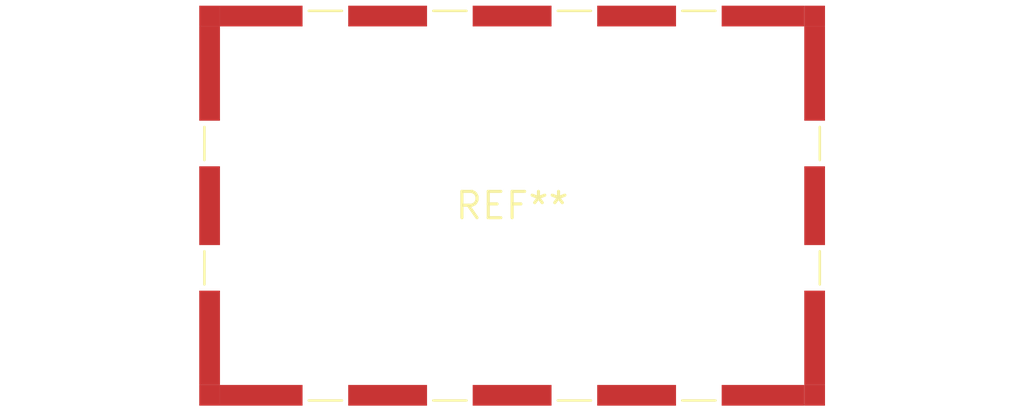
<source format=kicad_pcb>
(kicad_pcb (version 20240108) (generator pcbnew)
  (layers (0 "F.Cu" signal) (31 "B.Cu" signal) (34 "B.Paste" user) (35 "F.Paste" user) (36 "B.SilkS" user "B.Silkscreen") (37 "F.SilkS" user "F.Silkscreen") (38 "B.Mask" user) (39 "F.Mask" user) (44 "Edge.Cuts" user))
  (net 0 "")
  (footprint "Laird_Technologies_BMI-S-209-F_29.36x18.50mm" (layer "F.Cu") (at 0 0)
    (property "Reference" "REF**")
    (property "Value" "Laird_Technologies_BMI-S-209-F_29.36x18.50mm")
    (fp_line (start -14.83 -3.8) (end -14.83 -2.2) (layer "F.SilkS") (stroke (width 0.12)))
    (fp_line (start -14.83 2.2) (end -14.83 3.8) (layer "F.SilkS") (stroke (width 0.12)))
    (fp_line (start -9.8 -9.4) (end -8.2 -9.4) (layer "F.SilkS") (stroke (width 0.12)))
    (fp_line (start -9.8 9.4) (end -8.2 9.4) (layer "F.SilkS") (stroke (width 0.12)))
    (fp_line (start -3.8 -9.4) (end -2.2 -9.4) (layer "F.SilkS") (stroke (width 0.12)))
    (fp_line (start -3.8 9.4) (end -2.2 9.4) (layer "F.SilkS") (stroke (width 0.12)))
    (fp_line (start 2.2 -9.4) (end 3.8 -9.4) (layer "F.SilkS") (stroke (width 0.12)))
    (fp_line (start 2.2 9.4) (end 3.8 9.4) (layer "F.SilkS") (stroke (width 0.12)))
    (fp_line (start 8.2 -9.4) (end 9.8 -9.4) (layer "F.SilkS") (stroke (width 0.12)))
    (fp_line (start 8.2 9.4) (end 9.8 9.4) (layer "F.SilkS") (stroke (width 0.12)))
    (fp_line (start 14.83 -3.8) (end 14.83 -2.2) (layer "F.SilkS") (stroke (width 0.12)))
    (fp_line (start 14.83 2.2) (end 14.83 3.8) (layer "F.SilkS") (stroke (width 0.12)))
    (pad "1" smd rect (at -14.58 -9.15) (size 1 1) (layers "F.Cu" "F.Paste" "F.Mask"))
    (pad "1" smd rect (at -14.58 -6.375) (size 1 4.55) (layers "F.Cu" "F.Paste" "F.Mask"))
    (pad "1" smd rect (at -14.58 0) (size 1 3.8) (layers "F.Cu" "F.Paste" "F.Mask"))
    (pad "1" smd rect (at -14.58 6.375) (size 1 4.55) (layers "F.Cu" "F.Paste" "F.Mask"))
    (pad "1" smd rect (at -14.58 9.15) (size 1 1) (layers "F.Cu" "F.Paste" "F.Mask"))
    (pad "1" smd rect (at -12.09 -9.15) (size 3.98 1) (layers "F.Cu" "F.Paste" "F.Mask"))
    (pad "1" smd rect (at -12.09 9.15) (size 3.98 1) (layers "F.Cu" "F.Paste" "F.Mask"))
    (pad "1" smd rect (at -6 -9.15) (size 3.8 1) (layers "F.Cu" "F.Paste" "F.Mask"))
    (pad "1" smd rect (at -6 9.15) (size 3.8 1) (layers "F.Cu" "F.Paste" "F.Mask"))
    (pad "1" smd rect (at 0 -9.15) (size 3.8 1) (layers "F.Cu" "F.Paste" "F.Mask"))
    (pad "1" smd rect (at 0 9.15) (size 3.8 1) (layers "F.Cu" "F.Paste" "F.Mask"))
    (pad "1" smd rect (at 6 -9.15) (size 3.8 1) (layers "F.Cu" "F.Paste" "F.Mask"))
    (pad "1" smd rect (at 6 9.15) (size 3.8 1) (layers "F.Cu" "F.Paste" "F.Mask"))
    (pad "1" smd rect (at 12.09 -9.15) (size 3.98 1) (layers "F.Cu" "F.Paste" "F.Mask"))
    (pad "1" smd rect (at 12.09 9.15) (size 3.98 1) (layers "F.Cu" "F.Paste" "F.Mask"))
    (pad "1" smd rect (at 14.58 -9.15) (size 1 1) (layers "F.Cu" "F.Paste" "F.Mask"))
    (pad "1" smd rect (at 14.58 -6.375) (size 1 4.55) (layers "F.Cu" "F.Paste" "F.Mask"))
    (pad "1" smd rect (at 14.58 0) (size 1 3.8) (layers "F.Cu" "F.Paste" "F.Mask"))
    (pad "1" smd rect (at 14.58 6.375) (size 1 4.55) (layers "F.Cu" "F.Paste" "F.Mask"))
    (pad "1" smd rect (at 14.58 9.15) (size 1 1) (layers "F.Cu" "F.Paste" "F.Mask"))
  )
)
</source>
